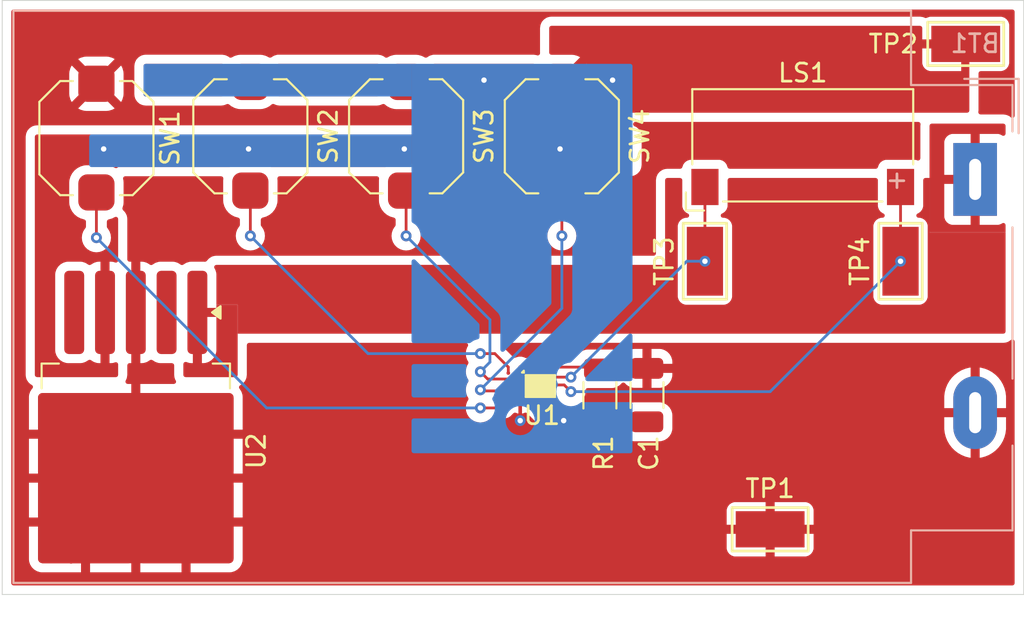
<source format=kicad_pcb>
(kicad_pcb (version 20240108) (generator "pcbnew") (generator_version "8.0")
  (layers (0 "F.Cu" signal) (31 "B.Cu" signal) (34 "B.Paste" user) (35 "F.Paste" user) (36 "B.SilkS" user "B.Silkscreen") (37 "F.SilkS" user "F.Silkscreen") (38 "B.Mask" user) (39 "F.Mask" user) (44 "Edge.Cuts" user))
  (net 0 "")
  (net 1 "Net-(U1-BUO2)")
  (net 2 "Net-(U1-BUO1)")
  (net 3 "Net-(U1-OSC)")
  (net 4 "Net-(U1-RST)")
  (net 5 "Net-(U1-IO_A)")
  (net 6 "Net-(U1-IO_B)")
  (net 7 "Net-(U1-IO_C)")
  (net 8 "GND")
  (net 9 "+3V0")
  (net 10 "+9V")
  (footprint "Button_Switch_SMD:SW_Push_1TS009xxxx-xxxx-xxxx_6x6x5mm" (layer "F.Cu") (at 144.7 84.5 90)
    (property "Reference" "SW4" (at 0 4.3 90) (layer "F.SilkS"))
    (property "Value" "SW_Push" (hide yes))
    (fp_line (start 2 -3.15) (end 3.15 -2) (stroke (width 0.12)) (layer "F.SilkS"))
    (fp_line (start -2 -3.15) (end 2 -3.15) (stroke (width 0.12)) (layer "F.SilkS"))
    (fp_line (start 3.15 -2) (end 3.15 -1.3) (stroke (width 0.12)) (layer "F.SilkS"))
    (fp_line (start -3.15 -1.981) (end -2 -3.15) (stroke (width 0.12)) (layer "F.SilkS"))
    (fp_line (start -3.15 -1.3) (end -3.15 -1.981) (stroke (width 0.12)) (layer "F.SilkS"))
    (fp_line (start -3.15 1.3) (end -3.15 2) (stroke (width 0.12)) (layer "F.SilkS"))
    (fp_line (start 3.15 2) (end 3.15 1.3) (stroke (width 0.12)) (layer "F.SilkS"))
    (fp_line (start -3.15 2) (end -2 3.15) (stroke (width 0.12)) (layer "F.SilkS"))
    (fp_line (start 2 3.15) (end 3.15 2) (stroke (width 0.12)) (layer "F.SilkS"))
    (fp_line (start -2 3.15) (end 2 3.15) (stroke (width 0.12)) (layer "F.SilkS"))
    (pad "1" smd roundrect (at -3 0 90) (size 2 2) (layers "F.Cu" "F.Paste" "F.Mask") (net 7 "Net-(U1-IO_C)"))
    (pad "2" smd roundrect (at 3 0 90) (size 2 2) (layers "F.Cu" "F.Paste" "F.Mask") (net 9 "+3V0"))
  )
  (footprint "Buzzer_Beeper:Speaker_CUI_CMR-1206S-67" (layer "F.Cu") (at 158 85)
    (property "Reference" "LS1" (at 0 -4 0) (layer "F.SilkS"))
    (property "Value" "Speaker")
    (fp_line (start -6.45 2.6) (end -6.45 3.6) (stroke (width 0.12)) (layer "F.SilkS"))
    (fp_line (start -6.45 3.6) (end -5.45 3.6) (stroke (width 0.12)) (layer "F.SilkS"))
    (fp_line (start -6.1 -3.1) (end 6.1 -3.1) (stroke (width 0.12)) (layer "F.SilkS"))
    (fp_line (start -6.1 1.05) (end -6.1 -3.1) (stroke (width 0.12)) (layer "F.SilkS"))
    (fp_line (start 4.4 3.1) (end -4.4 3.1) (stroke (width 0.12)) (layer "F.SilkS"))
    (fp_line (start 6.1 -3.1) (end 6.1 1.05) (stroke (width 0.12)) (layer "F.SilkS"))
    (pad "1" smd rect (at -5.4 2.3 180) (size 1.5 2) (layers "F.Cu" "F.Mask") (net 2 "Net-(U1-BUO1)"))
    (pad "2" smd rect (at 5.4 2.3 180) (size 1.5 2) (layers "F.Cu" "F.Mask") (net 1 "Net-(U1-BUO2)"))
  )
  (footprint "Capacitor_SMD:C_1206_3216Metric" (layer "F.Cu") (at 149.4 98.789761 -90)
    (property "Reference" "C1" (at 3.210239 -0.1 90) (layer "F.SilkS"))
    (property "Value" "0.1nF" (hide yes))
    (fp_line (start -0.711252 0.91) (end 0.711252 0.91) (stroke (width 0.12)) (layer "F.SilkS"))
    (fp_line (start -0.711252 -0.91) (end 0.711252 -0.91) (stroke (width 0.12)) (layer "F.SilkS"))
    (pad "1" smd roundrect (at -1.475 0 270) (size 1.15 1.8) (layers "F.Cu" "F.Paste" "F.Mask") (roundrect_rratio 0.217391) (net 8 "GND"))
    (pad "2" smd roundrect (at 1.475 0 270) (size 1.15 1.8) (layers "F.Cu" "F.Paste" "F.Mask") (roundrect_rratio 0.217391) (net 9 "+3V0"))
  )
  (footprint "TestPoint:TestPoint_Keystone_5019_Minature" (layer "F.Cu") (at 167 79.4)
    (property "Reference" "TP2" (at -4 0 0) (layer "F.SilkS"))
    (property "Value" "TestPoint" (hide yes))
    (fp_line (start -2.1 -1.2) (end 2.1 -1.2) (stroke (width 0.15)) (layer "F.SilkS"))
    (fp_line (start -2.1 1.2) (end -2.1 -1.2) (stroke (width 0.15)) (layer "F.SilkS"))
    (fp_line (start 2.1 -1.2) (end 2.1 1.2) (stroke (width 0.15)) (layer "F.SilkS"))
    (fp_line (start 2.1 1.2) (end -2.1 1.2) (stroke (width 0.15)) (layer "F.SilkS"))
    (pad "1" smd rect (at 0 0) (size 3.8 2) (layers "F.Cu" "F.Paste" "F.Mask") (net 9 "+3V0"))
  )
  (footprint "Button_Switch_SMD:SW_Push_1TS009xxxx-xxxx-xxxx_6x6x5mm" (layer "F.Cu") (at 119 84.6 -90)
    (property "Reference" "SW1" (at 0 -4.064 90) (layer "F.SilkS"))
    (property "Value" "SW_Push" (hide yes))
    (fp_line (start -2 3.15) (end 2 3.15) (stroke (width 0.12)) (layer "F.SilkS"))
    (fp_line (start 2 3.15) (end 3.15 2) (stroke (width 0.12)) (layer "F.SilkS"))
    (fp_line (start -3.15 2) (end -2 3.15) (stroke (width 0.12)) (layer "F.SilkS"))
    (fp_line (start 3.15 2) (end 3.15 1.3) (stroke (width 0.12)) (layer "F.SilkS"))
    (fp_line (start -3.15 1.3) (end -3.15 2) (stroke (width 0.12)) (layer "F.SilkS"))
    (fp_line (start -3.15 -1.3) (end -3.15 -1.981) (stroke (width 0.12)) (layer "F.SilkS"))
    (fp_line (start -3.15 -1.981) (end -2 -3.15) (stroke (width 0.12)) (layer "F.SilkS"))
    (fp_line (start 3.15 -2) (end 3.15 -1.3) (stroke (width 0.12)) (layer "F.SilkS"))
    (fp_line (start -2 -3.15) (end 2 -3.15) (stroke (width 0.12)) (layer "F.SilkS"))
    (fp_line (start 2 -3.15) (end 3.15 -2) (stroke (width 0.12)) (layer "F.SilkS"))
    (pad "1" smd roundrect (at -3 0 270) (size 2 2) (layers "F.Cu" "F.Paste" "F.Mask") (net 8 "GND"))
    (pad "2" smd roundrect (at 3 0 270) (size 2 2) (layers "F.Cu" "F.Paste" "F.Mask") (net 4 "Net-(U1-RST)"))
  )
  (footprint "TestPoint:TestPoint_Keystone_5019_Minature" (layer "F.Cu") (at 156.2 106.2)
    (property "Reference" "TP1" (at 0 -2.25 0) (layer "F.SilkS"))
    (property "Value" "TestPoint" (hide yes))
    (fp_line (start -2.1 -1.2) (end 2.1 -1.2) (stroke (width 0.15)) (layer "F.SilkS"))
    (fp_line (start -2.1 1.2) (end -2.1 -1.2) (stroke (width 0.15)) (layer "F.SilkS"))
    (fp_line (start 2.1 -1.2) (end 2.1 1.2) (stroke (width 0.15)) (layer "F.SilkS"))
    (fp_line (start 2.1 1.2) (end -2.1 1.2) (stroke (width 0.15)) (layer "F.SilkS"))
    (pad "1" smd rect (at 0 0) (size 3.8 2) (layers "F.Cu" "F.Paste" "F.Mask") (net 8 "GND"))
  )
  (footprint "Package_TO_SOT_SMD:TO-263-5_TabPin3" (layer "F.Cu") (at 121.175 101.875 -90)
    (property "Reference" "U2" (at 0 -6.65 90) (layer "F.SilkS"))
    (property "Value" "LM2576HVS-3.3")
    (fp_line (start -4.825 5.2) (end -4.825 4.25) (stroke (width 0.12)) (layer "F.SilkS"))
    (fp_line (start -3.46 5.2) (end -4.825 5.2) (stroke (width 0.12)) (layer "F.SilkS"))
    (fp_line (start -4.825 -5.2) (end -4.825 -4.25) (stroke (width 0.12)) (layer "F.SilkS"))
    (fp_line (start -3.46 -5.2) (end -4.825 -5.2) (stroke (width 0.12)) (layer "F.SilkS"))
    (fp_poly (pts (xy -7.65 -4.21) (xy -7.99 -4.68) (xy -7.31 -4.68) (xy -7.65 -4.21)) (stroke (width 0.12)) (fill solid) (layer "F.SilkS"))
    (pad "1" smd roundrect (at -7.65 -3.4 270) (size 4.6 1.1) (layers "F.Cu" "F.Paste" "F.Mask") (roundrect_rratio 0.227273) (net 10 "+9V"))
    (pad "2" smd roundrect (at -7.65 -1.7 270) (size 4.6 1.1) (layers "F.Cu" "F.Paste" "F.Mask") (roundrect_rratio 0.227273))
    (pad "3" smd roundrect (at -7.65 0 270) (size 4.6 1.1) (layers "F.Cu" "F.Paste" "F.Mask") (roundrect_rratio 0.227273) (net 8 "GND"))
    (pad "3" smd roundrect (at -0.925 -2.775 270) (size 4.55 5.25) (layers "F.Cu" "F.Paste") (roundrect_rratio 0.054945) (net 8 "GND"))
    (pad "3" smd roundrect (at -0.925 2.775 270) (size 4.55 5.25) (layers "F.Cu" "F.Paste") (roundrect_rratio 0.054945) (net 8 "GND"))
    (pad "3" smd roundrect (at 1.5 0 270) (size 9.4 10.8) (layers "F.Cu" "F.Mask") (roundrect_rratio 0.026596) (net 8 "GND"))
    (pad "3" smd roundrect (at 3.925 -2.775 270) (size 4.55 5.25) (layers "F.Cu" "F.Paste") (roundrect_rratio 0.054945) (net 8 "GND"))
    (pad "3" smd roundrect (at 3.925 2.775 270) (size 4.55 5.25) (layers "F.Cu" "F.Paste") (roundrect_rratio 0.054945) (net 8 "GND"))
    (pad "4" smd roundrect (at -7.65 1.7 270) (size 4.6 1.1) (layers "F.Cu" "F.Paste" "F.Mask") (roundrect_rratio 0.227273) (net 9 "+3V0"))
    (pad "5" smd roundrect (at -7.65 3.4 270) (size 4.6 1.1) (layers "F.Cu" "F.Paste" "F.Mask") (roundrect_rratio 0.227273))
  )
  (footprint "Library:die-yg3d043a-073a" (layer "F.Cu") (at 143.1 98.145)
    (property "Reference" "U1" (hide yes))
    (property "Value" "~")
    (fp_line (start -0.402366 -0.45674) (end 1.227634 -0.45674) (stroke (width 0.1)) (layer "F.SilkS"))
    (fp_line (start -0.400168 0.754366) (end 1.229832 0.754366) (stroke (width 0.1)) (layer "F.SilkS"))
    (fp_rect (start -0.402366 -0.45674) (end 1.229832 0.754366) (stroke (width 0.1)) (fill solid) (layer "F.SilkS"))
    (fp_poly (pts (xy -0.5 -0.6) (xy -0.6 -0.6) (xy -0.5 -0.7) (xy -0.5 -0.6)) (stroke (width 0.12)) (fill solid) (layer "F.SilkS"))
    (pad "1" smd oval (at -0.0428 -0.9) (size 0.2 0.2) (layers "F.Cu" "F.Paste" "F.Mask") (net 3 "Net-(U1-OSC)"))
    (pad "2" smd oval (at -0.7 -0.9) (size 0.2 0.2) (layers "F.Cu" "F.Paste" "F.Mask") (net 2 "Net-(U1-BUO1)"))
    (pad "3" smd oval (at -1.3572 -0.5714) (size 0.2 0.2) (layers "F.Cu" "F.Paste" "F.Mask") (net 5 "Net-(U1-IO_A)"))
    (pad "4" smd oval (at -0.7 -0.2428) (size 0.2 0.2) (layers "F.Cu" "F.Paste" "F.Mask") (net 6 "Net-(U1-IO_B)"))
    (pad "5" smd oval (at -1.3572 0.0858) (size 0.2 0.2) (layers "F.Cu" "F.Paste" "F.Mask") (net 1 "Net-(U1-BUO2)"))
    (pad "6" smd oval (at -0.7 0.4144) (size 0.2 0.2) (layers "F.Cu" "F.Paste" "F.Mask") (net 7 "Net-(U1-IO_C)"))
    (pad "7" smd oval (at -1.3572 0.743) (size 0.2 0.2) (layers "F.Cu" "F.Paste" "F.Mask") (net 4 "Net-(U1-RST)"))
    (pad "8" smd oval (at -0.7 1.0716) (size 0.2 0.2) (layers "F.Cu" "F.Paste" "F.Mask") (net 8 "GND"))
    (pad "9" smd oval (at -0.0428 1.0716) (size 0.2 0.2) (layers "F.Cu" "F.Paste" "F.Mask") (net 9 "+3V0"))
  )
  (footprint "TestPoint:TestPoint_Keystone_5019_Minature" (layer "F.Cu") (at 152.6 91.4 90)
    (property "Reference" "TP3" (at 0 -2.25 90) (layer "F.SilkS"))
    (property "Value" "TestPoint" (hide yes))
    (fp_line (start 2.1 -1.2) (end 2.1 1.2) (stroke (width 0.15)) (layer "F.SilkS"))
    (fp_line (start -2.1 -1.2) (end 2.1 -1.2) (stroke (width 0.15)) (layer "F.SilkS"))
    (fp_line (start 2.1 1.2) (end -2.1 1.2) (stroke (width 0.15)) (layer "F.SilkS"))
    (fp_line (start -2.1 1.2) (end -2.1 -1.2) (stroke (width 0.15)) (layer "F.SilkS"))
    (pad "1" smd rect (at 0 0 90) (size 3.8 2) (layers "F.Cu" "F.Paste" "F.Mask") (net 2 "Net-(U1-BUO1)"))
  )
  (footprint "Button_Switch_SMD:SW_Push_1TS009xxxx-xxxx-xxxx_6x6x5mm" (layer "F.Cu") (at 136.1 84.5 90)
    (property "Reference" "SW3" (at 0 4.3 90) (layer "F.SilkS"))
    (property "Value" "SW_Push" (hide yes))
    (fp_line (start 2 -3.15) (end 3.15 -2) (stroke (width 0.12)) (layer "F.SilkS"))
    (fp_line (start -2 -3.15) (end 2 -3.15) (stroke (width 0.12)) (layer "F.SilkS"))
    (fp_line (start 3.15 -2) (end 3.15 -1.3) (stroke (width 0.12)) (layer "F.SilkS"))
    (fp_line (start -3.15 -1.981) (end -2 -3.15) (stroke (width 0.12)) (layer "F.SilkS"))
    (fp_line (start -3.15 -1.3) (end -3.15 -1.981) (stroke (width 0.12)) (layer "F.SilkS"))
    (fp_line (start -3.15 1.3) (end -3.15 2) (stroke (width 0.12)) (layer "F.SilkS"))
    (fp_line (start 3.15 2) (end 3.15 1.3) (stroke (width 0.12)) (layer "F.SilkS"))
    (fp_line (start -3.15 2) (end -2 3.15) (stroke (width 0.12)) (layer "F.SilkS"))
    (fp_line (start 2 3.15) (end 3.15 2) (stroke (width 0.12)) (layer "F.SilkS"))
    (fp_line (start -2 3.15) (end 2 3.15) (stroke (width 0.12)) (layer "F.SilkS"))
    (pad "1" smd roundrect (at -3 0 90) (size 2 2) (layers "F.Cu" "F.Paste" "F.Mask") (net 6 "Net-(U1-IO_B)"))
    (pad "2" smd roundrect (at 3 0 90) (size 2 2) (layers "F.Cu" "F.Paste" "F.Mask") (net 9 "+3V0"))
  )
  (footprint "TestPoint:TestPoint_Keystone_5019_Minature" (layer "F.Cu") (at 163.4 91.4 90)
    (property "Reference" "TP4" (at 0 -2.25 90) (layer "F.SilkS"))
    (property "Value" "TestPoint" (hide yes))
    (fp_line (start 2.1 -1.2) (end 2.1 1.2) (stroke (width 0.15)) (layer "F.SilkS"))
    (fp_line (start -2.1 -1.2) (end 2.1 -1.2) (stroke (width 0.15)) (layer "F.SilkS"))
    (fp_line (start 2.1 1.2) (end -2.1 1.2) (stroke (width 0.15)) (layer "F.SilkS"))
    (fp_line (start -2.1 1.2) (end -2.1 -1.2) (stroke (width 0.15)) (layer "F.SilkS"))
    (pad "1" smd rect (at 0 0 90) (size 3.8 2) (layers "F.Cu" "F.Paste" "F.Mask") (net 1 "Net-(U1-BUO2)"))
  )
  (footprint "Resistor_SMD:R_1206_3216Metric" (layer "F.Cu") (at 146.8 98.8 90)
    (property "Reference" "R1" (at -3.2 0.2 90) (layer "F.SilkS"))
    (property "Value" "100k" (hide yes))
    (fp_line (start -0.727064 -0.91) (end 0.727064 -0.91) (stroke (width 0.12)) (layer "F.SilkS"))
    (fp_line (start -0.727064 0.91) (end 0.727064 0.91) (stroke (width 0.12)) (layer "F.SilkS"))
    (pad "1" smd roundrect (at -1.4625 0 90) (size 1.125 1.75) (layers "F.Cu" "F.Paste" "F.Mask") (roundrect_rratio 0.222222) (net 9 "+3V0"))
    (pad "2" smd roundrect (at 1.4625 0 90) (size 1.125 1.75) (layers "F.Cu" "F.Paste" "F.Mask") (roundrect_rratio 0.222222) (net 3 "Net-(U1-OSC)"))
  )
  (footprint "Button_Switch_SMD:SW_Push_1TS009xxxx-xxxx-xxxx_6x6x5mm" (layer "F.Cu") (at 127.5 84.5 90)
    (property "Reference" "SW2" (at 0 4.3 90) (layer "F.SilkS"))
    (property "Value" "SW_Push" (hide yes))
    (fp_line (start 2 -3.15) (end 3.15 -2) (stroke (width 0.12)) (layer "F.SilkS"))
    (fp_line (start -2 -3.15) (end 2 -3.15) (stroke (width 0.12)) (layer "F.SilkS"))
    (fp_line (start 3.15 -2) (end 3.15 -1.3) (stroke (width 0.12)) (layer "F.SilkS"))
    (fp_line (start -3.15 -1.981) (end -2 -3.15) (stroke (width 0.12)) (layer "F.SilkS"))
    (fp_line (start -3.15 -1.3) (end -3.15 -1.981) (stroke (width 0.12)) (layer "F.SilkS"))
    (fp_line (start -3.15 1.3) (end -3.15 2) (stroke (width 0.12)) (layer "F.SilkS"))
    (fp_line (start 3.15 2) (end 3.15 1.3) (stroke (width 0.12)) (layer "F.SilkS"))
    (fp_line (start -3.15 2) (end -2 3.15) (stroke (width 0.12)) (layer "F.SilkS"))
    (fp_line (start 2 3.15) (end 3.15 2) (stroke (width 0.12)) (layer "F.SilkS"))
    (fp_line (start -2 3.15) (end 2 3.15) (stroke (width 0.12)) (layer "F.SilkS"))
    (pad "1" smd roundrect (at -3 0 90) (size 2 2) (layers "F.Cu" "F.Paste" "F.Mask") (net 5 "Net-(U1-IO_A)"))
    (pad "2" smd roundrect (at 3 0 90) (size 2 2) (layers "F.Cu" "F.Paste" "F.Mask") (net 9 "+3V0"))
  )
  (footprint "Battery:BatteryHolder_MPD_BA9VPC_1xPP3" (layer "B.Cu") (at 167.52 86.88 180)
    (property "Reference" "BT1" (at 0 7.5 0) (layer "B.SilkS") (effects (justify mirror)))
    (property "Value" "Battery")
    (fp_line (start 53.1 9.31) (end 53.1 -22.28) (stroke (width 0.12)) (layer "B.SilkS"))
    (fp_line (start 3.54 9.31) (end 53.1 9.31) (stroke (width 0.12)) (layer "B.SilkS"))
    (fp_line (start 3.54 5.21) (end 3.54 9.31) (stroke (width 0.12)) (layer "B.SilkS"))
    (fp_line (start 3.54 -19.38) (end 3.54 -22.28) (stroke (width 0.12)) (layer "B.SilkS"))
    (fp_line (start 3.54 -22.28) (end 53.1 -22.28) (stroke (width 0.12)) (layer "B.SilkS"))
    (fp_line (start 0.6 5.55) (end -2.4 5.55) (stroke (width 0.12)) (layer "B.SilkS"))
    (fp_line (start -2.06 5.21) (end 3.54 5.21) (stroke (width 0.12)) (layer "B.SilkS"))
    (fp_line (start -2.06 2.65) (end -2.06 5.21) (stroke (width 0.12)) (layer "B.SilkS"))
    (fp_line (start -2.06 -11) (end -2.06 -2.65) (stroke (width 0.12)) (layer "B.SilkS"))
    (fp_line (start -2.06 -14.7) (end -2.06 -19.38) (stroke (width 0.12)) (layer "B.SilkS"))
    (fp_line (start -2.06 -19.38) (end 3.54 -19.38) (stroke (width 0.12)) (layer "B.SilkS"))
    (fp_line (start -2.4 2.55) (end -2.4 5.55) (stroke (width 0.12)) (layer "B.SilkS"))
    (fp_text user "+" (at 3.6 0 0) (layer "B.SilkS") (effects (justify left mirror)))
    (pad "1" thru_hole rect (at 0 0 180) (size 2.41 4.02) (drill oval 0.66 2.27) (layers "*.Cu" "*.Mask") (net 10 "+9V"))
    (pad "2" thru_hole oval (at 0 -12.88 180) (size 2.41 4.02) (drill oval 0.66 2.27) (layers "*.Cu" "*.Mask") (net 8 "GND"))
  )
  (gr_line (start 170.2 77) (end 170.2 109.8) (stroke (width 0.05)) (layer "Edge.Cuts"))
  (gr_line (start 170.2 109.8) (end 113.8 109.8) (stroke (width 0.05)) (layer "Edge.Cuts"))
  (gr_line (start 113.8 109.8) (end 113.8 77) (stroke (width 0.05)) (layer "Edge.Cuts"))
  (gr_line (start 113.8 77) (end 170.2 77) (stroke (width 0.05)) (layer "Edge.Cuts"))
  (gr_text "U1" (at 142.5 100.5 0) (layer "F.SilkS") (effects (font (size 1 1)) (justify left bottom)))
  (gr_text "." (at 144 98.6 0) (layer "F.SilkS" knockout) (effects (font (size 1.5 1.5) (thickness 0.3) (bold yes)) (justify left bottom mirror)))
  (segment (start 163.4 87.3) (end 163.4 91.4) (width 0.1524) (layer "F.Cu") (net 1))
  (segment (start 144.8308 98.2308) (end 145.2 98.6) (width 0.1524) (layer "F.Cu") (net 1))
  (segment (start 141.7428 98.2308) (end 144.8308 98.2308) (width 0.1524) (layer "F.Cu") (net 1))
  (via (at 145.2 98.6) (size 0.6) (drill 0.3) (layers "F.Cu" "B.Cu") (net 1))
  (via (at 163.4 91.4) (size 0.6) (drill 0.3) (layers "F.Cu" "B.Cu") (net 1))
  (segment (start 145.2 98.6) (end 156.2 98.6) (width 0.1524) (layer "B.Cu") (net 1))
  (segment (start 156.2 98.6) (end 163.4 91.4) (width 0.1524) (layer "B.Cu") (net 1))
  (segment (start 152.6 87.3) (end 152.6 91.4) (width 0.1524) (layer "F.Cu") (net 2))
  (segment (start 142.955 97.8) (end 145.2 97.8) (width 0.1524) (layer "F.Cu") (net 2))
  (segment (start 142.4 97.245) (end 142.955 97.8) (width 0.1524) (layer "F.Cu") (net 2))
  (via (at 145.2 97.8) (size 0.6) (drill 0.3) (layers "F.Cu" "B.Cu") (net 2))
  (via (at 152.6 91.4) (size 0.6) (drill 0.3) (layers "F.Cu" "B.Cu") (net 2))
  (segment (start 151.6 91.4) (end 152.6 91.4) (width 0.1524) (layer "B.Cu") (net 2))
  (segment (start 145.2 97.8) (end 151.6 91.4) (width 0.1524) (layer "B.Cu") (net 2))
  (segment (start 146.8 97.3375) (end 146.7075 97.245) (width 0.1524) (layer "F.Cu") (net 3))
  (segment (start 146.7075 97.245) (end 143.0572 97.245) (width 0.1524) (layer "F.Cu") (net 3))
  (segment (start 141.5 99.5) (end 140.2 99.5) (width 0.1524) (layer "F.Cu") (net 4))
  (segment (start 141.7428 98.888) (end 141.7428 99.2572) (width 0.1524) (layer "F.Cu") (net 4))
  (segment (start 141.7428 99.2572) (end 141.5 99.5) (width 0.1524) (layer "F.Cu") (net 4))
  (segment (start 119 87.6) (end 119 90.1) (width 0.1524) (layer "F.Cu") (net 4))
  (via (at 140.2 99.5) (size 0.6) (drill 0.3) (layers "F.Cu" "B.Cu") (net 4))
  (via (at 119 90.1) (size 0.6) (drill 0.3) (layers "F.Cu" "B.Cu") (net 4))
  (segment (start 119 90.1) (end 128.4 99.5) (width 0.1524) (layer "B.Cu") (net 4))
  (segment (start 128.4 99.5) (end 140.2 99.5) (width 0.1524) (layer "B.Cu") (net 4))
  (segment (start 141.7428 97.5736) (end 141.7428 97.2428) (width 0.1524) (layer "F.Cu") (net 5))
  (segment (start 127.5 87.5) (end 127.5 90) (width 0.1524) (layer "F.Cu") (net 5))
  (segment (start 141 96.5) (end 140.2 96.5) (width 0.1524) (layer "F.Cu") (net 5))
  (segment (start 141.7428 97.2428) (end 141 96.5) (width 0.1524) (layer "F.Cu") (net 5))
  (via (at 127.5 90) (size 0.6) (drill 0.3) (layers "F.Cu" "B.Cu") (net 5))
  (via (at 140.2 96.5) (size 0.6) (drill 0.3) (layers "F.Cu" "B.Cu") (net 5))
  (segment (start 127.5 90) (end 134 96.5) (width 0.1524) (layer "B.Cu") (net 5))
  (segment (start 134 96.5) (end 140.2 96.5) (width 0.1524) (layer "B.Cu") (net 5))
  (segment (start 140.6022 97.9022) (end 140.2 97.5) (width 0.1524) (layer "F.Cu") (net 6))
  (segment (start 136.1 87.5) (end 136.1 90) (width 0.1524) (layer "F.Cu") (net 6))
  (segment (start 142.4 97.9022) (end 140.6022 97.9022) (width 0.1524) (layer "F.Cu") (net 6))
  (via (at 136.1 90) (size 0.6) (drill 0.3) (layers "F.Cu" "B.Cu") (net 6))
  (via (at 140.2 97.5) (size 0.6) (drill 0.3) (layers "F.Cu" "B.Cu") (net 6))
  (segment (start 140.7286 94.6286) (end 140.7286 96.9714) (width 0.1524) (layer "B.Cu") (net 6))
  (segment (start 136.1 90) (end 140.7286 94.6286) (width 0.1524) (layer "B.Cu") (net 6))
  (segment (start 140.7286 96.9714) (end 140.2 97.5) (width 0.1524) (layer "B.Cu") (net 6))
  (segment (start 144.7 87.5) (end 144.7 90) (width 0.1524) (layer "F.Cu") (net 7))
  (segment (start 142.4 98.5594) (end 140.2406 98.5594) (width 0.1524) (layer "F.Cu") (net 7))
  (segment (start 140.2406 98.5594) (end 140.2 98.6) (width 0.1524) (layer "F.Cu") (net 7))
  (via (at 144.7 90) (size 0.6) (drill 0.3) (layers "F.Cu" "B.Cu") (net 7))
  (via (at 140.2 98.5) (size 0.6) (drill 0.3) (layers "F.Cu" "B.Cu") (net 7))
  (segment (start 144.7 90) (end 144.7 94) (width 0.1524) (layer "B.Cu") (net 7))
  (segment (start 144.7 94) (end 140.2 98.5) (width 0.1524) (layer "B.Cu") (net 7))
  (segment (start 117.6 108) (end 117.7 107.9) (width 0.2) (layer "F.Cu") (net 8))
  (segment (start 122.8 106.8) (end 122.8 104.5) (width 0.2) (layer "F.Cu") (net 8))
  (segment (start 142.4 99.2166) (end 142.4 100.2) (width 0.2) (layer "F.Cu") (net 8))
  (via (at 142.4 100.2) (size 0.6) (drill 0.3) (layers "F.Cu" "B.Cu") (net 8))
  (segment (start 146.8 100.2625) (end 144.1031 100.2625) (width 0.2) (layer "F.Cu") (net 9))
  (segment (start 147.4 81.5) (end 147.5 81.4) (width 0.2) (layer "F.Cu") (net 9))
  (segment (start 144.1031 100.2625) (end 143.0572 99.2166) (width 0.2) (layer "F.Cu") (net 9))
  (segment (start 149.4 100.264761) (end 146.802261 100.264761) (width 0.2) (layer "F.Cu") (net 9))
  (segment (start 146.802261 100.264761) (end 146.8 100.2625) (width 0.2) (layer "F.Cu") (net 9))
  (segment (start 127.5 81.5) (end 147.4 81.5) (width 0.2) (layer "F.Cu") (net 9))
  (via (at 144.8 100.2) (size 0.6) (drill 0.3) (layers "F.Cu" "B.Cu") (net 9))
  (via (at 119.4 85.2) (size 0.6) (drill 0.3) (layers "F.Cu" "B.Cu") (net 9))
  (via (at 144.6 85.2) (size 0.6) (drill 0.3) (layers "F.Cu" "B.Cu") (net 9))
  (via (at 127.4 85.2) (size 0.6) (drill 0.3) (layers "F.Cu" "B.Cu") (net 9))
  (via (at 147.5 81.4) (size 0.6) (drill 0.3) (layers "F.Cu" "B.Cu") (net 9))
  (via (at 136 85.2) (size 0.6) (drill 0.3) (layers "F.Cu" "B.Cu") (net 9))
  (via (at 140.4 81.4) (size 0.6) (drill 0.3) (layers "F.Cu" "B.Cu") (net 9))
  (zone (net 10) (net_name "+9V") (layer "F.Cu") (name "VDD") (priority 4) (connect_pads (clearance 0.5)) (min_thickness 0.25) (fill yes (thermal_gap 0.5) (thermal_bridge_width 0.5) (island_removal_mode 1) (island_area_min 10))
    (polygon (pts (xy 123.8 91.6) (xy 123.8 95.4) (xy 169.2 95.4) (xy 169.2 86.8) (xy 150.4 86.8) (xy 150.4 91.6)))
  )
  (zone (net 9) (net_name "+3V0") (layer "F.Cu") (name "VDD") (priority 3) (connect_pads (clearance 0.5)) (min_thickness 0.25) (fill yes (thermal_gap 0.5) (thermal_bridge_width 0.5) (island_removal_mode 1) (island_area_min 10))
    (polygon (pts (xy 167.2 83.2) (xy 167.2 78.4) (xy 144 78.4) (xy 144 83.2)))
  )
  (zone (net 8) (net_name "GND") (layer "F.Cu") (name "GND") (connect_pads (clearance 0.5)) (min_thickness 0.25) (fill yes (thermal_gap 0.5) (thermal_bridge_width 0.5))
    (polygon (pts (xy 113.8 77) (xy 170.2 77) (xy 170.2 109.8) (xy 113.8 109.8)))
  )
  (zone (net 10) (net_name "+9V") (layer "F.Cu") (name "VIN") (priority 6) (connect_pads (clearance 0.5)) (min_thickness 0.25) (fill yes (thermal_gap 0.5) (thermal_bridge_width 0.5) (island_removal_mode 1) (island_area_min 10))
    (polygon (pts (xy 126.8 97.8) (xy 123.8 97.8) (xy 123.8 93.8) (xy 126.8 93.8)))
  )
  (zone (net 10) (net_name "+9V") (layer "F.Cu") (name "VIN") (priority 5) (connect_pads (clearance 0.5)) (min_thickness 0.25) (fill yes (thermal_gap 0.5) (thermal_bridge_width 0.5) (island_removal_mode 1) (island_area_min 10))
    (polygon (pts (xy 169.2 83.8) (xy 165 83.8) (xy 165 89.8) (xy 169.2 89.8)))
  )
  (zone (net 9) (net_name "+3V0") (layer "F.Cu") (name "VDD") (priority 2) (connect_pads (clearance 0.5)) (min_thickness 0.25) (fill yes (thermal_gap 0.5) (thermal_bridge_width 0.5) (island_removal_mode 1) (island_area_min 10))
    (polygon (pts (xy 115.6 84.4) (xy 115.6 97.8) (xy 120.2 97.8) (xy 120.2 84.4)))
  )
  (zone (net 9) (net_name "+3V0") (layers "F&B.Cu") (name "VDD") (priority 1) (connect_pads (clearance 0.5)) (min_thickness 0.25) (fill yes (thermal_gap 0.5) (thermal_bridge_width 0.5) (island_removal_mode 1) (island_area_min 10))
    (polygon (pts (xy 121.6 80.5) (xy 148.6 80.5) (xy 148.6 82.3) (xy 121.6 82.3)))
  )
  (zone (net 9) (net_name "+3V0") (layers "F&B.Cu") (name "VDD") (priority 1) (connect_pads (clearance 0.5)) (min_thickness 0.25) (fill yes (thermal_gap 0.5) (thermal_bridge_width 0.5) (island_removal_mode 1) (island_area_min 10))
    (polygon (pts (xy 118.6 84.4) (xy 148.6 84.4) (xy 148.6 86.2) (xy 118.6 86.2)))
  )
  (zone (net 9) (net_name "+3V0") (layer "B.Cu") (name "VDD") (priority 7) (connect_pads (clearance 0.5)) (min_thickness 0.25) (fill yes (thermal_gap 0.5) (thermal_bridge_width 0.5) (island_removal_mode 1) (island_area_min 10))
    (polygon (pts (xy 148.6 80.5) (xy 148.6 102) (xy 136.4 102) (xy 136.4 80.5)))
  )
)
</source>
